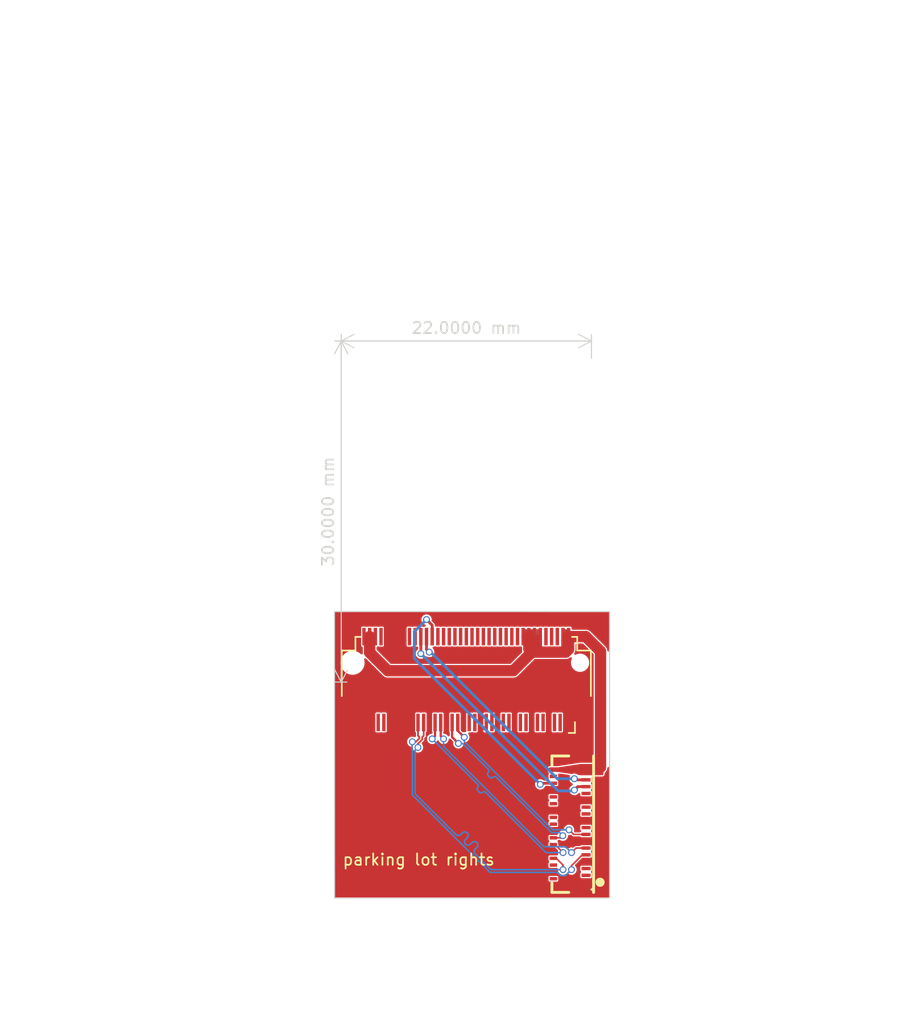
<source format=kicad_pcb>
(kicad_pcb (version 20221018) (generator pcbnew)
  (layers (0 "F.Cu" signal) (1 "In1.Cu" signal) (2 "In2.Cu" signal) (31 "B.Cu" signal) (34 "B.Paste" user) (35 "F.Paste" user) (36 "B.SilkS" user "B.Silkscreen") (37 "F.SilkS" user "F.Silkscreen") (38 "B.Mask" user) (39 "F.Mask" user) (44 "Edge.Cuts" user))
  (net 0 "")
  (net 1 "GND")
  (net 2 "/PCIE20_REFCLKN")
  (net 3 "/PCIE20_REFCLKP")
  (net 4 "/PCIE20_TXN")
  (net 5 "/PCIE20_TXP")
  (net 6 "/PCIE20_RXN")
  (net 7 "/PCIE20_RXP")
  (net 9 "/MINIPCIE20_WAKEn_3V3_L")
  (net 10 "/MINIPCIE20_PERSTn_3V3_L")
  (net 11 "/MINIPCIE20_CLKREQn_3V3_L")
  (net 12 "/VCC3V3_MINIPCIE")
  (footprint "Library:FPC-SMD_35P-P0.30_HDGC_0.3K-QX-35PWB" (layer "F.Cu") (at 150.089345 112.5 90)
    (fp_text reference "J1" hide)
    (fp_text value "Conn_01x35_MountingPin" hide)
    (fp_line (start -6 -1.562) (end -6 -0.084) (stroke (width 0.254)) (layer "F.SilkS"))
    (fp_line (start -6 2.1) (end 6 2.1) (stroke (width 0.254)) (layer "F.SilkS"))
    (fp_line (start -5.181 -1.562) (end -6 -1.562) (stroke (width 0.254)) (layer "F.SilkS"))
    (fp_line (start 5.181 -1.562) (end 6 -1.562) (stroke (width 0.254)) (layer "F.SilkS"))
    (fp_line (start 6 -1.562) (end 6 -0.083) (stroke (width 0.254)) (layer "F.SilkS"))
    (fp_circle (center -5.108 2.669) (end -4.908 2.669) (stroke (width 0.4)) (fill none) (layer "F.SilkS"))
    (fp_poly (pts (xy -6.004 2.159) (xy -6 2.1) (xy -5.965 2.1) (xy -6.004 2.159)) (fill solid) (layer "F.SilkS"))
    (fp_poly (pts (xy -5.965 2.1) (xy -5.75 1.778) (xy -5.496 2.1) (xy -5.965 2.1)) (fill solid) (layer "F.SilkS"))
    (pad "1" smd rect (at -5.1 1.438 90) (size 0.3 0.8) (layers "F.Cu" "F.Paste" "F.Mask") (net 1 "GND"))
    (pad "2" smd rect (at -4.8 -1.438 90) (size 0.3 0.65) (layers "F.Cu" "F.Paste" "F.Mask"))
    (pad "3" smd rect (at -4.5 1.438 90) (size 0.3 0.8) (layers "F.Cu" "F.Paste" "F.Mask"))
    (pad "4" smd rect (at -4.2 -1.438 90) (size 0.3 0.65) (layers "F.Cu" "F.Paste" "F.Mask") (net 1 "GND"))
    (pad "5" smd rect (at -3.9 1.438 90) (size 0.3 0.8) (layers "F.Cu" "F.Paste" "F.Mask"))
    (pad "6" smd rect (at -3.6 -1.438 90) (size 0.3 0.65) (layers "F.Cu" "F.Paste" "F.Mask"))
    (pad "7" smd rect (at -3.3 1.438 90) (size 0.3 0.8) (layers "F.Cu" "F.Paste" "F.Mask") (net 1 "GND"))
    (pad "8" smd rect (at -3 -1.438 90) (size 0.3 0.65) (layers "F.Cu" "F.Paste" "F.Mask") (net 2 "/PCIE20_REFCLKN"))
    (pad "9" smd rect (at -2.7 1.438 90) (size 0.3 0.8) (layers "F.Cu" "F.Paste" "F.Mask") (net 3 "/PCIE20_REFCLKP"))
    (pad "10" smd rect (at -2.4 -1.438 90) (size 0.3 0.65) (layers "F.Cu" "F.Paste" "F.Mask") (net 1 "GND"))
    (pad "11" smd rect (at -2.1 1.438 90) (size 0.3 0.8) (layers "F.Cu" "F.Paste" "F.Mask") (net 4 "/PCIE20_TXN"))
    (pad "12" smd rect (at -1.8 -1.438 90) (size 0.3 0.65) (layers "F.Cu" "F.Paste" "F.Mask") (net 5 "/PCIE20_TXP"))
    (pad "13" smd rect (at -1.5 1.438 90) (size 0.3 0.8) (layers "F.Cu" "F.Paste" "F.Mask") (net 1 "GND"))
    (pad "14" smd rect (at -1.2 -1.438 90) (size 0.3 0.65) (layers "F.Cu" "F.Paste" "F.Mask") (net 6 "/PCIE20_RXN"))
    (pad "15" smd rect (at -0.9 1.438 90) (size 0.3 0.8) (layers "F.Cu" "F.Paste" "F.Mask") (net 7 "/PCIE20_RXP"))
    (pad "16" smd rect (at -0.6 -1.438 90) (size 0.3 0.65) (layers "F.Cu" "F.Paste" "F.Mask") (net 1 "GND"))
    (pad "17" smd rect (at -0.3 1.438 90) (size 0.3 0.8) (layers "F.Cu" "F.Paste" "F.Mask"))
    (pad "18" smd rect (at 0 -1.438 90) (size 0.3 0.65) (layers "F.Cu" "F.Paste" "F.Mask"))
    (pad "19" smd rect (at 0.3 1.438 90) (size 0.3 0.8) (layers "F.Cu" "F.Paste" "F.Mask") (net 1 "GND"))
    (pad "20" smd rect (at 0.6 -1.438 90) (size 0.3 0.65) (layers "F.Cu" "F.Paste" "F.Mask"))
    (pad "21" smd rect (at 0.9 1.438 90) (size 0.3 0.8) (layers "F.Cu" "F.Paste" "F.Mask"))
    (pad "22" smd rect (at 1.2 -1.438 90) (size 0.3 0.65) (layers "F.Cu" "F.Paste" "F.Mask") (net 1 "GND"))
    (pad "23" smd rect (at 1.5 1.438 90) (size 0.3 0.8) (layers "F.Cu" "F.Paste" "F.Mask"))
    (pad "24" smd rect (at 1.8 -1.438 90) (size 0.3 0.65) (layers "F.Cu" "F.Paste" "F.Mask"))
    (pad "25" smd rect (at 2.1 1.438 90) (size 0.3 0.8) (layers "F.Cu" "F.Paste" "F.Mask") (net 1 "GND"))
    (pad "26" smd rect (at 2.4 -1.438 90) (size 0.3 0.65) (layers "F.Cu" "F.Paste" "F.Mask"))
    (pad "27" smd rect (at 2.7 1.438 90) (size 0.3 0.8) (layers "F.Cu" "F.Paste" "F.Mask"))
    (pad "28" smd rect (at 3 -1.438 90) (size 0.3 0.65) (layers "F.Cu" "F.Paste" "F.Mask") (net 1 "GND"))
    (pad "29" smd rect (at 3.3 1.438 90) (size 0.3 0.8) (layers "F.Cu" "F.Paste" "F.Mask") (net 9 "/MINIPCIE20_WAKEn_3V3_L"))
    (pad "30" smd rect (at 3.6 -1.438 90) (size 0.3 0.65) (layers "F.Cu" "F.Paste" "F.Mask") (net 10 "/MINIPCIE20_PERSTn_3V3_L"))
    (pad "31" smd rect (at 3.9 1.438 90) (size 0.3 0.8) (layers "F.Cu" "F.Paste" "F.Mask") (net 11 "/MINIPCIE20_CLKREQn_3V3_L"))
    (pad "32" smd rect (at 4.2 -1.438 90) (size 0.3 0.65) (layers "F.Cu" "F.Paste" "F.Mask"))
    (pad "33" smd rect (at 4.5 1.438 90) (size 0.3 0.8) (layers "F.Cu" "F.Paste" "F.Mask") (net 12 "/VCC3V3_MINIPCIE"))
    (pad "34" smd rect (at 4.8 -1.438 90) (size 0.3 0.65) (layers "F.Cu" "F.Paste" "F.Mask") (net 12 "/VCC3V3_MINIPCIE"))
    (pad "35" smd rect (at 5.1 1.438 90) (size 0.3 0.8) (layers "F.Cu" "F.Paste" "F.Mask") (net 12 "/VCC3V3_MINIPCIE"))
    (pad "36" smd rect (at 5.75 1.062 90) (size 0.3 1.15) (layers "F.Cu" "F.Paste" "F.Mask") (net 1 "GND"))
    (pad "37" smd rect (at -5.75 1.062 90) (size 0.3 1.15) (layers "F.Cu" "F.Paste" "F.Mask") (net 1 "GND"))
  )
  (footprint "Library:Conn_TE-M.2-0.5-67P-doublesided_TypeM" (layer "F.Cu") (at 141 98.275 180)
    (fp_text reference "J2")
    (fp_text value "Bus_M.2_Socket_M")
    (fp_line (start -10.95 1.05) (end -10.95 -2.95) (stroke (width 0.15)) (layer "F.SilkS"))
    (fp_line (start -9.75 1.05) (end -10.95 1.05) (stroke (width 0.15)) (layer "F.SilkS"))
    (fp_line (start -9.75 2.25) (end -9.75 1.05) (stroke (width 0.15)) (layer "F.SilkS"))
    (fp_line (start -9.55 -6.2) (end -9 -6.2) (stroke (width 0.15)) (layer "F.SilkS"))
    (fp_line (start -9.55 -5.25) (end -9.55 -6.2) (stroke (width 0.15)) (layer "F.SilkS"))
    (fp_line (start -9.3 2.25) (end -9.75 2.25) (stroke (width 0.15)) (layer "F.SilkS"))
    (fp_line (start 9.75 1.05) (end 9.75 2.25) (stroke (width 0.15)) (layer "F.SilkS"))
    (fp_line (start 9.75 2.25) (end 9.3 2.25) (stroke (width 0.15)) (layer "F.SilkS"))
    (fp_line (start 10.95 1.05) (end 9.75 1.05) (stroke (width 0.15)) (layer "F.SilkS"))
    (fp_line (start 10.95 1.05) (end 10.95 -2.95) (stroke (width 0.15)) (layer "F.SilkS"))
    (pad "" np_thru_hole circle (at -10 -0.025 180) (size 1.1 1.1) (drill 1.1) (layers "*.Cu"))
    (pad "" np_thru_hole circle (at 10 -0.025 180) (size 1.6 1.6) (drill 1.6) (layers "*.Cu"))
    (pad "1" smd rect (at -9.25 -5.275 180) (size 0.3 1.55) (layers "F.Cu" "F.Paste" "F.Mask") (net 1 "GND"))
    (pad "2" smd rect (at -9 2.275 180) (size 0.3 1.55) (layers "F.Cu" "F.Paste" "F.Mask") (net 12 "/VCC3V3_MINIPCIE"))
    (pad "3" smd rect (at -8.75 -5.275 180) (size 0.3 1.55) (layers "F.Cu" "F.Paste" "F.Mask") (net 1 "GND"))
    (pad "4" smd rect (at -8.5 2.275 180) (size 0.3 1.55) (layers "F.Cu" "F.Paste" "F.Mask") (net 12 "/VCC3V3_MINIPCIE"))
    (pad "5" smd rect (at -8.25 -5.275 180) (size 0.3 1.55) (layers "F.Cu" "F.Paste" "F.Mask"))
    (pad "6" smd rect (at -8 2.275 180) (size 0.3 1.55) (layers "F.Cu" "F.Paste" "F.Mask"))
    (pad "7" smd rect (at -7.75 -5.275 180) (size 0.3 1.55) (layers "F.Cu" "F.Paste" "F.Mask"))
    (pad "8" smd rect (at -7.5 2.275 180) (size 0.3 1.55) (layers "F.Cu" "F.Paste" "F.Mask"))
    (pad "9" smd rect (at -7.25 -5.275 180) (size 0.3 1.55) (layers "F.Cu" "F.Paste" "F.Mask") (net 1 "GND"))
    (pad "10" smd rect (at -7 2.275 180) (size 0.3 1.55) (layers "F.Cu" "F.Paste" "F.Mask"))
    (pad "11" smd rect (at -6.75 -5.275 180) (size 0.3 1.55) (layers "F.Cu" "F.Paste" "F.Mask"))
    (pad "12" smd rect (at -6.5 2.275 180) (size 0.3 1.55) (layers "F.Cu" "F.Paste" "F.Mask") (net 12 "/VCC3V3_MINIPCIE"))
    (pad "13" smd rect (at -6.25 -5.275 180) (size 0.3 1.55) (layers "F.Cu" "F.Paste" "F.Mask"))
    (pad "14" smd rect (at -6 2.275 180) (size 0.3 1.55) (layers "F.Cu" "F.Paste" "F.Mask") (net 12 "/VCC3V3_MINIPCIE"))
    (pad "15" smd rect (at -5.75 -5.275 180) (size 0.3 1.55) (layers "F.Cu" "F.Paste" "F.Mask") (net 1 "GND"))
    (pad "16" smd rect (at -5.5 2.275 180) (size 0.3 1.55) (layers "F.Cu" "F.Paste" "F.Mask") (net 12 "/VCC3V3_MINIPCIE"))
    (pad "17" smd rect (at -5.25 -5.275 180) (size 0.3 1.55) (layers "F.Cu" "F.Paste" "F.Mask"))
    (pad "18" smd rect (at -5 2.275 180) (size 0.3 1.55) (layers "F.Cu" "F.Paste" "F.Mask") (net 12 "/VCC3V3_MINIPCIE"))
    (pad "19" smd rect (at -4.75 -5.275 180) (size 0.3 1.55) (layers "F.Cu" "F.Paste" "F.Mask"))
    (pad "20" smd rect (at -4.5 2.275 180) (size 0.3 1.55) (layers "F.Cu" "F.Paste" "F.Mask"))
    (pad "21" smd rect (at -4.25 -5.275 180) (size 0.3 1.55) (layers "F.Cu" "F.Paste" "F.Mask") (net 1 "GND"))
    (pad "22" smd rect (at -4 2.275 180) (size 0.3 1.55) (layers "F.Cu" "F.Paste" "F.Mask"))
    (pad "23" smd rect (at -3.75 -5.275 180) (size 0.3 1.55) (layers "F.Cu" "F.Paste" "F.Mask"))
    (pad "24" smd rect (at -3.5 2.275 180) (size 0.3 1.55) (layers "F.Cu" "F.Paste" "F.Mask"))
    (pad "25" smd rect (at -3.25 -5.275 180) (size 0.3 1.55) (layers "F.Cu" "F.Paste" "F.Mask"))
    (pad "26" smd rect (at -3 2.275 180) (size 0.3 1.55) (layers "F.Cu" "F.Paste" "F.Mask"))
    (pad "27" smd rect (at -2.75 -5.275 180) (size 0.3 1.55) (layers "F.Cu" "F.Paste" "F.Mask") (net 1 "GND"))
    (pad "28" smd rect (at -2.5 2.275 180) (size 0.3 1.55) (layers "F.Cu" "F.Paste" "F.Mask"))
    (pad "29" smd rect (at -2.25 -5.275 180) (size 0.3 1.55) (layers "F.Cu" "F.Paste" "F.Mask"))
    (pad "30" smd rect (at -2 2.275 180) (size 0.3 1.55) (layers "F.Cu" "F.Paste" "F.Mask"))
    (pad "31" smd rect (at -1.75 -5.275 180) (size 0.3 1.55) (layers "F.Cu" "F.Paste" "F.Mask"))
    (pad "32" smd rect (at -1.5 2.275 180) (size 0.3 1.55) (layers "F.Cu" "F.Paste" "F.Mask"))
    (pad "33" smd rect (at -1.25 -5.275 180) (size 0.3 1.55) (layers "F.Cu" "F.Paste" "F.Mask") (net 1 "GND"))
    (pad "34" smd rect (at -1 2.275 180) (size 0.3 1.55) (layers "F.Cu" "F.Paste" "F.Mask"))
    (pad "35" smd rect (at -0.75 -5.275 180) (size 0.3 1.55) (layers "F.Cu" "F.Paste" "F.Mask"))
    (pad "36" smd rect (at -0.5 2.275 180) (size 0.3 1.55) (layers "F.Cu" "F.Paste" "F.Mask"))
    (pad "37" smd rect (at -0.25 -5.275 180) (size 0.3 1.55) (layers "F.Cu" "F.Paste" "F.Mask"))
    (pad "38" smd rect (at 0 2.275 180) (size 0.3 1.55) (layers "F.Cu" "F.Paste" "F.Mask"))
    (pad "39" smd rect (at 0.25 -5.275 180) (size 0.3 1.55) (layers "F.Cu" "F.Paste" "F.Mask") (net 1 "GND"))
    (pad "40" smd rect (at 0.5 2.275 180) (size 0.3 1.55) (layers "F.Cu" "F.Paste" "F.Mask"))
    (pad "41" smd rect (at 0.75 -5.275 180) (size 0.3 1.55) (layers "F.Cu" "F.Paste" "F.Mask") (net 7 "/PCIE20_RXP"))
    (pad "42" smd rect (at 1 2.275 180) (size 0.3 1.55) (layers "F.Cu" "F.Paste" "F.Mask"))
    (pad "43" smd rect (at 1.25 -5.275 180) (size 0.3 1.55) (layers "F.Cu" "F.Paste" "F.Mask") (net 6 "/PCIE20_RXN"))
    (pad "44" smd rect (at 1.5 2.275 180) (size 0.3 1.55) (layers "F.Cu" "F.Paste" "F.Mask"))
    (pad "45" smd rect (at 1.75 -5.275 180) (size 0.3 1.55) (layers "F.Cu" "F.Paste" "F.Mask") (net 1 "GND"))
    (pad "46" smd rect (at 2 2.275 180) (size 0.3 1.55) (layers "F.Cu" "F.Paste" "F.Mask"))
    (pad "47" smd rect (at 2.25 -5.275 180) (size 0.3 1.55) (layers "F.Cu" "F.Paste" "F.Mask") (net 4 "/PCIE20_TXN"))
    (pad "48" smd rect (at 2.5 2.275 180) (size 0.3 1.55) (layers "F.Cu" "F.Paste" "F.Mask"))
    (pad "49" smd rect (at 2.75 -5.275 180) (size 0.3 1.55) (layers "F.Cu" "F.Paste" "F.Mask") (net 5 "/PCIE20_TXP"))
    (pad "50" smd rect (at 3 2.275 180) (size 0.3 1.55) (layers "F.Cu" "F.Paste" "F.Mask") (net 10 "/MINIPCIE20_PERSTn_3V3_L"))
    (pad "51" smd rect (at 3.25 -5.275 180) (size 0.3 1.55) (layers "F.Cu" "F.Paste" "F.Mask") (net 1 "GND"))
    (pad "52" smd rect (at 3.5 2.275 180) (size 0.3 1.55) (layers "F.Cu" "F.Paste" "F.Mask") (net 11 "/MINIPCIE20_CLKREQn_3V3_L"))
    (pad "53" smd rect (at 3.75 -5.275 180) (size 0.3 1.55) (layers "F.Cu" "F.Paste" "F.Mask") (net 2 "/PCIE20_REFCLKN"))
    (pad "54" smd rect (at 4 2.275 180) (size 0.3 1.55) (layers "F.Cu" "F.Paste" "F.Mask") (net 9 "/MINIPCIE20_WAKEn_3V3_L"))
    (pad "55" smd rect (at 4.25 -5.275 180) (size 0.3 1.55) (layers "F.Cu" "F.Paste" "F.Mask") (net 3 "/PCIE20_REFCLKP"))
    (pad "56" smd rect (at 4.5 2.275 180) (size 0.3 1.55) (layers "F.Cu" "F.Paste" "F.Mask"))
    (pad "57" smd rect (at 4.75 -5.275 180) (size 0.3 1.55) (layers "F.Cu" "F.Paste" "F.Mask") (net 1 "GND"))
    (pad "58" smd rect (at 5 2.275 180) (size 0.3 1.55) (layers "F.Cu" "F.Paste" "F.Mask"))
    (pad "67" smd rect (at 7.25 -5.275 180) (size 0.3 1.55) (layers "F.Cu" "F.Paste" "F.Mask"))
    (pad "68" smd rect (at 7.5 2.275 180) (size 0.3 1.55) (layers "F.Cu" "F.Paste" "F.Mask"))
    (pad "69" smd rect (at 7.75 -5.275 180) (size 0.3 1.55) (layers "F.Cu" "F.Paste" "F.Mask"))
    (pad "70" smd rect (at 8 2.275 180) (size 0.3 1.55) (layers "F.Cu" "F.Paste" "F.Mask") (net 12 "/VCC3V3_MINIPCIE"))
    (pad "71" smd rect (at 8.25 -5.275 180) (size 0.3 1.55) (layers "F.Cu" "F.Paste" "F.Mask") (net 1 "GND"))
    (pad "72" smd rect (at 8.5 2.275 180) (size 0.3 1.55) (layers "F.Cu" "F.Paste" "F.Mask") (net 12 "/VCC3V3_MINIPCIE"))
    (pad "73" smd rect (at 8.75 -5.275 180) (size 0.3 1.55) (layers "F.Cu" "F.Paste" "F.Mask") (net 1 "GND"))
    (pad "74" smd rect (at 9 2.275 180) (size 0.3 1.55) (layers "F.Cu" "F.Paste" "F.Mask") (net 12 "/VCC3V3_MINIPCIE"))
    (pad "75" smd rect (at 9.25 -5.275 180) (size 0.3 1.55) (layers "F.Cu" "F.Paste" "F.Mask") (net 1 "GND"))
    (pad "MP" smd rect (at -10.35 -4.5 180) (size 1.2 2.75) (layers "F.Cu" "F.Paste" "F.Mask") (net 1 "GND"))
    (pad "MP" smd rect (at 10.35 -4.5 180) (size 1.2 2.75) (layers "F.Cu" "F.Paste" "F.Mask") (net 1 "GND"))
  )
  (gr_line (start 153.6 119) (end 153.5935 93.8005) (stroke (width 0.1)) (layer "Edge.Cuts"))
  (gr_line (start 129.4065 93.7995) (end 129.413 118.999) (stroke (width 0.1)) (layer "Edge.Cuts"))
  (gr_line (start 129.413 118.999) (end 153.6 119) (stroke (width 0.1)) (layer "Edge.Cuts"))
  (gr_line (start 129.4065 93.7995) (end 153.5935 93.8005) (stroke (width 0.1)) (layer "Edge.Cuts"))
  (gr_text "parking lot rights" (at 130.048 116.205) (layer "F.SilkS") (effects (font (size 1 1)) (justify left bottom)))
  (dimension (type aligned) (layer "Edge.Cuts") (pts (xy 152 71.999999) (xy 130 71.999999)) (height 1.999999) (gr_text "22.0000 mm" (at 141 68.85) (layer "Edge.Cuts") (effects (font (size 1 1) (thickness 0.15)))) (format (prefix "") (suffix "") (units 3) (units_format 1) (precision 4)) (style (thickness 0.1) (arrow_length 1.27) (text_position_mode 0) (extension_height 0.58642) (extension_offset 0.5) keep_text_aligned))
  (dimension (type aligned) (layer "Edge.Cuts") (pts (xy 131 100) (xy 131 70)) (height -1) (gr_text "30.0000 mm" (at 128.85 85 90) (layer "Edge.Cuts") (effects (font (size 1 1) (thickness 0.15)))) (format (prefix "") (suffix "") (units 3) (units_format 1) (precision 4)) (style (thickness 0.1) (arrow_length 1.27) (text_position_mode 0) (extension_height 0.58642) (extension_offset 0.5) keep_text_aligned))
  (segment (start 149.5 116.5) (end 149.5 116.093655) (width 0.14) (layer "F.Cu") (net 2))
  (segment (start 149.5 116.093655) (end 148.906345 115.5) (width 0.14) (layer "F.Cu") (net 2))
  (segment (start 137.25 103.55) (end 137.25 104.712501) (width 0.15) (layer "F.Cu") (net 2))
  (segment (start 137.125 105.051777) (end 136.747488 105.429289) (width 0.15) (layer "F.Cu") (net 2))
  (segment (start 137.125 104.837501) (end 137.125 105.051777) (width 0.15) (layer "F.Cu") (net 2))
  (segment (start 148.906345 115.5) (end 148.651345 115.5) (width 0.14) (layer "F.Cu") (net 2))
  (segment (start 137.25 104.712501) (end 137.125 104.837501) (width 0.15) (layer "F.Cu") (net 2))
  (segment (start 136.747488 105.429289) (end 136.747488 105.747488) (width 0.15) (layer "F.Cu") (net 2))
  (via (at 149.5 116.5) (size 0.6) (drill 0.4) (layers "F.Cu" "B.Cu") (net 2))
  (via (at 136.747488 105.747488) (size 0.6) (drill 0.4) (layers "F.Cu" "B.Cu") (net 2))
  (segment (start 141.357645 114.263675) (end 141.504735 114.116586) (width 0.14) (layer "B.Cu") (net 2))
  (segment (start 141.781909 115.112203) (end 143.169706 116.5) (width 0.14) (layer "B.Cu") (net 2))
  (segment (start 140.93338 114.263674) (end 140.933381 114.263675) (width 0.14) (layer "B.Cu") (net 2))
  (segment (start 143.169706 116.5) (end 149.5 116.5) (width 0.14) (layer "B.Cu") (net 2))
  (segment (start 136.747488 105.747488) (end 136.492513 106.002463) (width 0.14) (layer "B.Cu") (net 2))
  (segment (start 141.781908 115.112202) (end 141.781909 115.112203) (width 0.14) (layer "B.Cu") (net 2))
  (segment (start 136.492513 109.822807) (end 140.084853 113.415147) (width 0.14) (layer "B.Cu") (net 2))
  (segment (start 140.509118 113.415146) (end 140.509117 113.415147) (width 0.14) (layer "B.Cu") (net 2))
  (segment (start 141.080442 113.692351) (end 141.080443 113.69235) (width 0.14) (layer "B.Cu") (net 2))
  (segment (start 141.928998 114.540851) (end 141.928999 114.54085) (width 0.14) (layer "B.Cu") (net 2))
  (segment (start 141.357646 114.263674) (end 141.357645 114.263675) (width 0.14) (layer "B.Cu") (net 2))
  (segment (start 141.080443 113.69235) (end 140.93338 113.83941) (width 0.14) (layer "B.Cu") (net 2))
  (segment (start 136.492513 106.002463) (end 136.492513 109.822807) (width 0.14) (layer "B.Cu") (net 2))
  (segment (start 140.509117 113.415147) (end 140.656179 113.268086) (width 0.14) (layer "B.Cu") (net 2))
  (segment (start 141.928999 114.54085) (end 141.781908 114.687938) (width 0.14) (layer "B.Cu") (net 2))
  (arc (start 141.080443 113.268086) (mid 141.16831 113.480218) (end 141.080442 113.692351) (width 0.14) (layer "B.Cu") (net 2))
  (arc (start 140.93338 113.83941) (mid 140.845512 114.051542) (end 140.93338 114.263674) (width 0.14) (layer "B.Cu") (net 2))
  (arc (start 141.928999 114.116586) (mid 142.016866 114.328718) (end 141.928998 114.540851) (width 0.14) (layer "B.Cu") (net 2))
  (arc (start 141.781908 114.687938) (mid 141.69404 114.90007) (end 141.781908 115.112202) (width 0.14) (layer "B.Cu") (net 2))
  (arc (start 140.084853 113.415147) (mid 140.296987 113.503016) (end 140.509118 113.415146) (width 0.14) (layer "B.Cu") (net 2))
  (arc (start 141.504735 114.116586) (mid 141.716867 114.028718) (end 141.928999 114.116586) (width 0.14) (layer "B.Cu") (net 2))
  (arc (start 140.656179 113.268086) (mid 140.868311 113.180218) (end 141.080443 113.268086) (width 0.14) (layer "B.Cu") (net 2))
  (arc (start 140.933381 114.263675) (mid 141.145515 114.351544) (end 141.357646 114.263674) (width 0.14) (layer "B.Cu") (net 2))
  (segment (start 136.75 104.712501) (end 136.875 104.837501) (width 0.15) (layer "F.Cu") (net 3))
  (segment (start 150.249503 116.5) (end 150.249503 116.147842) (width 0.14) (layer "F.Cu") (net 3))
  (segment (start 150.249503 116.147842) (end 151.197345 115.2) (width 0.14) (layer "F.Cu") (net 3))
  (segment (start 136.875 104.837501) (end 136.875 104.948223) (width 0.15) (layer "F.Cu") (net 3))
  (segment (start 136.75 103.55) (end 136.75 104.712501) (width 0.15) (layer "F.Cu") (net 3))
  (segment (start 136.570711 105.252512) (end 136.252512 105.252512) (width 0.15) (layer "F.Cu") (net 3))
  (segment (start 136.875 104.948223) (end 136.570711 105.252512) (width 0.15) (layer "F.Cu") (net 3))
  (segment (start 151.197345 115.2) (end 151.527345 115.2) (width 0.14) (layer "F.Cu") (net 3))
  (via (at 150.249503 116.5) (size 0.6) (drill 0.4) (layers "F.Cu" "B.Cu") (net 3))
  (via (at 136.252512 105.252512) (size 0.6) (drill 0.4) (layers "F.Cu" "B.Cu") (net 3))
  (segment (start 149.004608 116.74) (end 143.070294 116.74) (width 0.14) (layer "B.Cu") (net 3))
  (segment (start 136.252512 109.922218) (end 136.252512 105.987904) (width 0.14) (layer "B.Cu") (net 3))
  (segment (start 136.227488 105.96288) (end 136.227488 105.532096) (width 0.14) (layer "B.Cu") (net 3))
  (segment (start 143.070294 116.74) (end 136.252512 109.922218) (width 0.14) (layer "B.Cu") (net 3))
  (segment (start 149.995392 116.74) (end 149.715392 117.02) (width 0.14) (layer "B.Cu") (net 3))
  (segment (start 149.715392 117.02) (end 149.284608 117.02) (width 0.14) (layer "B.Cu") (net 3))
  (segment (start 136.252512 105.987904) (end 136.227488 105.96288) (width 0.14) (layer "B.Cu") (net 3))
  (segment (start 136.227488 105.532096) (end 136.252512 105.507072) (width 0.14) (layer "B.Cu") (net 3))
  (segment (start 136.252512 105.507072) (end 136.252512 105.252512) (width 0.14) (layer "B.Cu") (net 3))
  (segment (start 150.009503 116.74) (end 149.995392 116.74) (width 0.14) (layer "B.Cu") (net 3))
  (segment (start 149.284608 117.02) (end 149.004608 116.74) (width 0.14) (layer "B.Cu") (net 3))
  (segment (start 150.249503 116.5) (end 150.009503 116.74) (width 0.14) (layer "B.Cu") (net 3))
  (segment (start 138.75 104.75) (end 138.75 103.55) (width 0.2) (layer "F.Cu") (net 4))
  (segment (start 150.249503 115) (end 150.649503 114.6) (width 0.14) (layer "F.Cu") (net 4))
  (segment (start 150.649503 114.6) (end 151.527345 114.6) (width 0.14) (layer "F.Cu") (net 4))
  (segment (start 139 105) (end 138.75 104.75) (width 0.2) (layer "F.Cu") (net 4))
  (via (at 139 105) (size 0.6) (drill 0.4) (layers "F.Cu" "B.Cu") (net 4))
  (via (at 150.249503 115) (size 0.6) (drill 0.4) (layers "F.Cu" "B.Cu") (net 4))
  (segment (start 147.819412 114.48) (end 139 105.660588) (width 0.14) (layer "B.Cu") (net 4))
  (segment (start 149.995392 114.76) (end 149.715392 114.48) (width 0.14) (layer "B.Cu") (net 4))
  (segment (start 149.715392 114.48) (end 147.819412 114.48) (width 0.14) (layer "B.Cu") (net 4))
  (segment (start 150.249503 115) (end 150.009503 114.76) (width 0.14) (layer "B.Cu") (net 4))
  (segment (start 139 105.660588) (end 139 105) (width 0.14) (layer "B.Cu") (net 4))
  (segment (start 150.009503 114.76) (end 149.995392 114.76) (width 0.14) (layer "B.Cu") (net 4))
  (segment (start 138.25 104.75) (end 138.25 103.55) (width 0.2) (layer "F.Cu") (net 5))
  (segment (start 138 105) (end 138.25 104.75) (width 0.2) (layer "F.Cu") (net 5))
  (segment (start 149.5 115) (end 148.8 114.3) (width 0.14) (layer "F.Cu") (net 5))
  (segment (start 148.8 114.3) (end 148.651345 114.3) (width 0.2) (layer "F.Cu") (net 5))
  (via (at 138 105) (size 0.6) (drill 0.4) (layers "F.Cu" "B.Cu") (net 5))
  (via (at 149.5 115) (size 0.6) (drill 0.4) (layers "F.Cu" "B.Cu") (net 5))
  (segment (start 142.697648 109.697647) (end 142.848528 109.848528) (width 0.14) (layer "B.Cu") (net 5))
  (segment (start 142 109.546768) (end 142.150879 109.697647) (width 0.14) (layer "B.Cu") (net 5))
  (segment (start 138 105) (end 142 109) (width 0.14) (layer "B.Cu") (net 5))
  (segment (start 142.424263 109.697647) (end 142.424264 109.697647) (width 0.14) (layer "B.Cu") (net 5))
  (segment (start 148 115) (end 149.5 115) (width 0.14) (layer "B.Cu") (net 5))
  (segment (start 141.999999 109.273385) (end 142 109.273384) (width 0.14) (layer "B.Cu") (net 5))
  (segment (start 142.848528 109.848528) (end 148 115) (width 0.14) (layer "B.Cu") (net 5))
  (arc (start 142 109.273384) (mid 141.94338 109.410076) (end 142 109.546768) (width 0.14) (layer "B.Cu") (net 5))
  (arc (start 142.424264 109.697647) (mid 142.560956 109.641027) (end 142.697648 109.697647) (width 0.14) (layer "B.Cu") (net 5))
  (arc (start 142 109) (mid 142.056619 109.136693) (end 141.999999 109.273385) (width 0.14) (layer "B.Cu") (net 5))
  (arc (start 142.150879 109.697647) (mid 142.287571 109.754267) (end 142.424263 109.697647) (width 0.14) (layer "B.Cu") (net 5))
  (segment (start 139.75 104.843208) (end 139.75 103.55) (width 0.2) (layer "F.Cu") (net 6))
  (segment (start 149.484805 113.514335) (end 149.29914 113.7) (width 0.14) (layer "F.Cu") (net 6))
  (segment (start 140.301381 105.394589) (end 139.75 104.843208) (width 0.2) (layer "F.Cu") (net 6))
  (segment (start 149.29914 113.7) (end 148.651345 113.7) (width 0.14) (layer "F.Cu") (net 6))
  (via (at 140.301381 105.394589) (size 0.6) (drill 0.4) (layers "F.Cu" "B.Cu") (net 6))
  (via (at 149.484805 113.514335) (size 0.6) (drill 0.4) (layers "F.Cu" "B.Cu") (net 6))
  (segment (start 142.917532 107.664228) (end 142.917533 107.664228) (width 0.14) (layer "B.Cu") (net 6))
  (segment (start 142.917533 107.664228) (end 140.647894 105.394589) (width 0.14) (layer "B.Cu") (net 6))
  (segment (start 143.056944 108.373346) (end 142.917532 108.233934) (width 0.14) (layer "B.Cu") (net 6))
  (segment (start 149.484805 113.514335) (end 149.210471 113.240001) (width 0.14) (layer "B.Cu") (net 6))
  (segment (start 142.917533 107.949082) (end 142.917532 107.94908) (width 0.14) (layer "B.Cu") (net 6))
  (segment (start 143.056946 108.373347) (end 143.056944 108.373346) (width 0.14) (layer "B.Cu") (net 6))
  (segment (start 149.210471 113.240001) (end 148.493306 113.240001) (width 0.14) (layer "B.Cu") (net 6))
  (segment (start 140.647894 105.394589) (end 140.301381 105.394589) (width 0.14) (layer "B.Cu") (net 6))
  (segment (start 143.341799 108.373346) (end 143.341798 108.373346) (width 0.14) (layer "B.Cu") (net 6))
  (segment (start 148.493306 113.240001) (end 143.626652 108.373347) (width 0.14) (layer "B.Cu") (net 6))
  (segment (start 143.341798 108.373346) (end 143.341798 108.373347) (width 0.14) (layer "B.Cu") (net 6))
  (segment (start 142.917532 107.949082) (end 142.917533 107.949082) (width 0.14) (layer "B.Cu") (net 6))
  (arc (start 142.917532 108.233934) (mid 142.858538 108.091509) (end 142.917532 107.949082) (width 0.14) (layer "B.Cu") (net 6))
  (arc (start 142.917532 107.94908) (mid 142.976528 107.806655) (end 142.917532 107.664228) (width 0.14) (layer "B.Cu") (net 6))
  (arc (start 143.341798 108.373347) (mid 143.199371 108.432341) (end 143.056946 108.373347) (width 0.14) (layer "B.Cu") (net 6))
  (arc (start 143.626652 108.373347) (mid 143.484225 108.314351) (end 143.341799 108.373346) (width 0.14) (layer "B.Cu") (net 6))
  (segment (start 140.25 104.2836) (end 140.25 103.55) (width 0.2) (layer "F.Cu") (net 7))
  (segment (start 150.429978 113.4) (end 151.527345 113.4) (width 0.14) (layer "F.Cu") (net 7))
  (segment (start 150.029978 113) (end 150.429978 113.4) (width 0.14) (layer "F.Cu") (net 7))
  (segment (start 140.8176 104.8512) (end 140.25 104.2836) (width 0.2) (layer "F.Cu") (net 7))
  (via (at 150.029978 113) (size 0.6) (drill 0.4) (layers "F.Cu" "B.Cu") (net 7))
  (via (at 140.8176 104.8512) (size 0.6) (drill 0.4) (layers "F.Cu" "B.Cu") (net 7))
  (segment (start 149.705862 113) (end 149.700197 112.994335) (width 0.14) (layer "B.Cu") (net 7))
  (segment (start 150.029978 113) (end 149.705862 113) (width 0.14) (layer "B.Cu") (net 7))
  (segment (start 148.587052 112.994335) (end 140.8176 105.224883) (width 0.14) (layer "B.Cu") (net 7))
  (segment (start 140.8176 105.224883) (end 140.8176 104.8512) (width 0.14) (layer "B.Cu") (net 7))
  (segment (start 149.700197 112.994335) (end 148.587052 112.994335) (width 0.14) (layer "B.Cu") (net 7))
  (segment (start 151.527345 109.2) (end 150.8 109.2) (width 0.25) (layer "F.Cu") (net 9))
  (segment (start 150.8 109.2) (end 150.5 109.5) (width 0.25) (layer "F.Cu") (net 9))
  (segment (start 137 97.5) (end 137 96) (width 0.25) (layer "F.Cu") (net 9))
  (via (at 137 97.5) (size 0.6) (drill 0.4) (layers "F.Cu" "B.Cu") (net 9))
  (via (at 150.5 109.5) (size 0.6) (drill 0.4) (layers "F.Cu" "B.Cu") (net 9))
  (segment (start 150.425 109.575) (end 149.075 109.575) (width 0.25) (layer "B.Cu") (net 9))
  (segment (start 149.075 109.575) (end 137 97.5) (width 0.25) (layer "B.Cu") (net 9))
  (segment (start 150.5 109.5) (end 150.425 109.575) (width 0.25) (layer "B.Cu") (net 9))
  (segment (start 138 95) (end 138 96) (width 0.25) (layer "F.Cu") (net 10))
  (segment (start 148.651345 108.9) (end 147.6 108.9) (width 0.25) (layer "F.Cu") (net 10))
  (segment (start 147.6 108.9) (end 147.5 109) (width 0.25) (layer "F.Cu") (net 10))
  (segment (start 137.5 94.5) (end 138 95) (width 0.25) (layer "F.Cu") (net 10))
  (via (at 137.5 94.5) (size 0.6) (drill 0.4) (layers "F.Cu" "B.Cu") (net 10))
  (via (at 147.5 109) (size 0.6) (drill 0.4) (layers "F.Cu" "B.Cu") (net 10))
  (segment (start 136.425 95.575) (end 137.5 94.5) (width 0.25) (layer "B.Cu") (net 10))
  (segment (start 147.5 109) (end 136.425 97.925) (width 0.25) (layer "B.Cu") (net 10))
  (segment (start 136.425 97.925) (end 136.425 95.575) (width 0.25) (layer "B.Cu") (net 10))
  (segment (start 150.6 108.6) (end 150.5 108.5) (width 0.25) (layer "F.Cu") (net 11))
  (segment (start 137.5 97.12642) (end 137.5 96) (width 0.25) (layer "F.Cu") (net 11))
  (segment (start 137.736943 97.363363) (end 137.5 97.12642) (width 0.25) (layer "F.Cu") (net 11))
  (segment (start 151.527345 108.6) (end 150.6 108.6) (width 0.25) (layer "F.Cu") (net 11))
  (via (at 150.5 108.5) (size 0.6) (drill 0.4) (layers "F.Cu" "B.Cu") (net 11))
  (via (at 137.736943 97.363363) (size 0.6) (drill 0.4) (layers "F.Cu" "B.Cu") (net 11))
  (segment (start 149 108.5) (end 137.863363 97.363363) (width 0.25) (layer "B.Cu") (net 11))
  (segment (start 137.863363 97.363363) (end 137.736943 97.363363) (width 0.25) (layer "B.Cu") (net 11))
  (segment (start 150.5 108.5) (end 149 108.5) (width 0.25) (layer "B.Cu") (net 11))
  (segment (start 146.5 97.1) (end 146.5 96) (width 1) (layer "F.Cu") (net 12))
  (segment (start 146.765 97.365) (end 146.5 97.1) (width 1) (layer "F.Cu") (net 12))
  (segment (start 150 96) (end 150 97.105) (width 1) (layer "F.Cu") (net 12))
  (segment (start 145.13 99) (end 134.1 99) (width 1) (layer "F.Cu") (net 12))
  (segment (start 150 97.105) (end 149.74 97.365) (width 1) (layer "F.Cu") (net 12))
  (segment (start 132.5 97.4) (end 132.5 96) (width 1) (layer "F.Cu") (net 12))
  (segment (start 152.8 97.3) (end 151.5 96) (width 1) (layer "F.Cu") (net 12))
  (segment (start 134.1 99) (end 132.5 97.4) (width 1) (layer "F.Cu") (net 12))
  (segment (start 151.5 96) (end 150 96) (width 1) (layer "F.Cu") (net 12))
  (segment (start 149.74 97.365) (end 146.765 97.365) (width 1) (layer "F.Cu") (net 12))
  (segment (start 146.765 97.365) (end 145.13 99) (width 1) (layer "F.Cu") (net 12))
  (segment (start 152.8 107.5) (end 152.8 97.3) (width 1) (layer "F.Cu") (net 12))
  (zone (net 12) (net_name "/VCC3V3_MINIPCIE") (layer "F.Cu") (connect_pads (clearance 0.2)) (min_thickness 0.025) (fill yes (thermal_gap 0) (thermal_bridge_width 0.5))
    (polygon (pts (xy 150.241 95.123) (xy 150.241 97.282) (xy 145.796 97.282) (xy 145.796 95.123) (xy 147.32 95.123)))
  )
  (zone (net 12) (net_name "/VCC3V3_MINIPCIE") (layer "F.Cu") (priority 2) (connect_pads yes (clearance 0.1)) (min_thickness 0.2) (fill yes (thermal_gap 0.1) (thermal_bridge_width 0.5))
    (polygon (pts (xy 149.051345 107.5) (xy 151.051345 107.2) (xy 153.051345 107.2) (xy 153.051345 108.2) (xy 151.051345 108.2) (xy 148.951345 107.9) (xy 148.251345 107.9) (xy 148.251345 107.5)))
  )
  (zone (net 1) (net_name "GND") (layers "F.Cu" "In1.Cu" "In2.Cu" "B.Cu") (priority 1) (connect_pads yes (clearance 0)) (min_thickness 0.2) (fill yes (thermal_gap 0.1) (thermal_bridge_width 0.5))
    (polygon (pts (xy 100 40) (xy 100 130) (xy 181 130) (xy 181 40)))
  )
)
</source>
